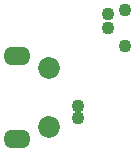
<source format=gbs>
G04 #@! TF.FileFunction,Soldermask,Bot*
%FSLAX46Y46*%
G04 Gerber Fmt 4.6, Leading zero omitted, Abs format (unit mm)*
G04 Created by KiCad (PCBNEW 4.0.6) date 04/21/17 09:42:09*
%MOMM*%
%LPD*%
G01*
G04 APERTURE LIST*
%ADD10C,0.100000*%
%ADD11C,1.100000*%
%ADD12C,1.850000*%
%ADD13O,2.300000X1.600000*%
G04 APERTURE END LIST*
D10*
D11*
X146170000Y-102420000D03*
X146160000Y-103640000D03*
X143560000Y-111260000D03*
X147585000Y-102060000D03*
D12*
X141110000Y-107010000D03*
X141110000Y-112010000D03*
D13*
X138410000Y-106010000D03*
X138410000Y-113010000D03*
D11*
X143570000Y-110240000D03*
X147580000Y-105170000D03*
M02*

</source>
